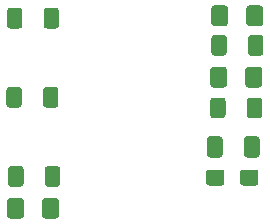
<source format=gtp>
%TF.GenerationSoftware,KiCad,Pcbnew,5.1.9+dfsg1-1+deb11u1*%
%TF.CreationDate,2022-11-30T10:07:17+01:00*%
%TF.ProjectId,A500MPU-Adapter,41353030-4d50-4552-9d41-646170746572,2.0*%
%TF.SameCoordinates,Original*%
%TF.FileFunction,Paste,Top*%
%TF.FilePolarity,Positive*%
%FSLAX46Y46*%
G04 Gerber Fmt 4.6, Leading zero omitted, Abs format (unit mm)*
G04 Created by KiCad (PCBNEW 5.1.9+dfsg1-1+deb11u1) date 2022-11-30 10:07:17*
%MOMM*%
%LPD*%
G01*
G04 APERTURE LIST*
G04 APERTURE END LIST*
%TO.C,C1*%
G36*
G01*
X167087000Y-116374999D02*
X167087000Y-117225001D01*
G75*
G02*
X166837001Y-117475000I-249999J0D01*
G01*
X165761999Y-117475000D01*
G75*
G02*
X165512000Y-117225001I0J249999D01*
G01*
X165512000Y-116374999D01*
G75*
G02*
X165761999Y-116125000I249999J0D01*
G01*
X166837001Y-116125000D01*
G75*
G02*
X167087000Y-116374999I0J-249999D01*
G01*
G37*
G36*
G01*
X164212000Y-116374999D02*
X164212000Y-117225001D01*
G75*
G02*
X163962001Y-117475000I-249999J0D01*
G01*
X162886999Y-117475000D01*
G75*
G02*
X162637000Y-117225001I0J249999D01*
G01*
X162637000Y-116374999D01*
G75*
G02*
X162886999Y-116125000I249999J0D01*
G01*
X163962001Y-116125000D01*
G75*
G02*
X164212000Y-116374999I0J-249999D01*
G01*
G37*
%TD*%
%TO.C,C2*%
G36*
G01*
X167187000Y-113549999D02*
X167187000Y-114850001D01*
G75*
G02*
X166937001Y-115100000I-249999J0D01*
G01*
X166111999Y-115100000D01*
G75*
G02*
X165862000Y-114850001I0J249999D01*
G01*
X165862000Y-113549999D01*
G75*
G02*
X166111999Y-113300000I249999J0D01*
G01*
X166937001Y-113300000D01*
G75*
G02*
X167187000Y-113549999I0J-249999D01*
G01*
G37*
G36*
G01*
X164062000Y-113549999D02*
X164062000Y-114850001D01*
G75*
G02*
X163812001Y-115100000I-249999J0D01*
G01*
X162986999Y-115100000D01*
G75*
G02*
X162737000Y-114850001I0J249999D01*
G01*
X162737000Y-113549999D01*
G75*
G02*
X162986999Y-113300000I249999J0D01*
G01*
X163812001Y-113300000D01*
G75*
G02*
X164062000Y-113549999I0J-249999D01*
G01*
G37*
%TD*%
%TO.C,D1*%
G36*
G01*
X163088000Y-103725000D02*
X163088000Y-102475000D01*
G75*
G02*
X163338000Y-102225000I250000J0D01*
G01*
X164263000Y-102225000D01*
G75*
G02*
X164513000Y-102475000I0J-250000D01*
G01*
X164513000Y-103725000D01*
G75*
G02*
X164263000Y-103975000I-250000J0D01*
G01*
X163338000Y-103975000D01*
G75*
G02*
X163088000Y-103725000I0J250000D01*
G01*
G37*
G36*
G01*
X166063000Y-103725000D02*
X166063000Y-102475000D01*
G75*
G02*
X166313000Y-102225000I250000J0D01*
G01*
X167238000Y-102225000D01*
G75*
G02*
X167488000Y-102475000I0J-250000D01*
G01*
X167488000Y-103725000D01*
G75*
G02*
X167238000Y-103975000I-250000J0D01*
G01*
X166313000Y-103975000D01*
G75*
G02*
X166063000Y-103725000I0J250000D01*
G01*
G37*
%TD*%
%TO.C,D2*%
G36*
G01*
X163000000Y-108925000D02*
X163000000Y-107675000D01*
G75*
G02*
X163250000Y-107425000I250000J0D01*
G01*
X164175000Y-107425000D01*
G75*
G02*
X164425000Y-107675000I0J-250000D01*
G01*
X164425000Y-108925000D01*
G75*
G02*
X164175000Y-109175000I-250000J0D01*
G01*
X163250000Y-109175000D01*
G75*
G02*
X163000000Y-108925000I0J250000D01*
G01*
G37*
G36*
G01*
X165975000Y-108925000D02*
X165975000Y-107675000D01*
G75*
G02*
X166225000Y-107425000I250000J0D01*
G01*
X167150000Y-107425000D01*
G75*
G02*
X167400000Y-107675000I0J-250000D01*
G01*
X167400000Y-108925000D01*
G75*
G02*
X167150000Y-109175000I-250000J0D01*
G01*
X166225000Y-109175000D01*
G75*
G02*
X165975000Y-108925000I0J250000D01*
G01*
G37*
%TD*%
%TO.C,D3*%
G36*
G01*
X148775000Y-120025000D02*
X148775000Y-118775000D01*
G75*
G02*
X149025000Y-118525000I250000J0D01*
G01*
X149950000Y-118525000D01*
G75*
G02*
X150200000Y-118775000I0J-250000D01*
G01*
X150200000Y-120025000D01*
G75*
G02*
X149950000Y-120275000I-250000J0D01*
G01*
X149025000Y-120275000D01*
G75*
G02*
X148775000Y-120025000I0J250000D01*
G01*
G37*
G36*
G01*
X145800000Y-120025000D02*
X145800000Y-118775000D01*
G75*
G02*
X146050000Y-118525000I250000J0D01*
G01*
X146975000Y-118525000D01*
G75*
G02*
X147225000Y-118775000I0J-250000D01*
G01*
X147225000Y-120025000D01*
G75*
G02*
X146975000Y-120275000I-250000J0D01*
G01*
X146050000Y-120275000D01*
G75*
G02*
X145800000Y-120025000I0J250000D01*
G01*
G37*
%TD*%
%TO.C,R1*%
G36*
G01*
X163100000Y-106225000D02*
X163100000Y-104975000D01*
G75*
G02*
X163350000Y-104725000I250000J0D01*
G01*
X164150000Y-104725000D01*
G75*
G02*
X164400000Y-104975000I0J-250000D01*
G01*
X164400000Y-106225000D01*
G75*
G02*
X164150000Y-106475000I-250000J0D01*
G01*
X163350000Y-106475000D01*
G75*
G02*
X163100000Y-106225000I0J250000D01*
G01*
G37*
G36*
G01*
X166200000Y-106225000D02*
X166200000Y-104975000D01*
G75*
G02*
X166450000Y-104725000I250000J0D01*
G01*
X167250000Y-104725000D01*
G75*
G02*
X167500000Y-104975000I0J-250000D01*
G01*
X167500000Y-106225000D01*
G75*
G02*
X167250000Y-106475000I-250000J0D01*
G01*
X166450000Y-106475000D01*
G75*
G02*
X166200000Y-106225000I0J250000D01*
G01*
G37*
%TD*%
%TO.C,R2*%
G36*
G01*
X163000000Y-111525000D02*
X163000000Y-110275000D01*
G75*
G02*
X163250000Y-110025000I250000J0D01*
G01*
X164050000Y-110025000D01*
G75*
G02*
X164300000Y-110275000I0J-250000D01*
G01*
X164300000Y-111525000D01*
G75*
G02*
X164050000Y-111775000I-250000J0D01*
G01*
X163250000Y-111775000D01*
G75*
G02*
X163000000Y-111525000I0J250000D01*
G01*
G37*
G36*
G01*
X166100000Y-111525000D02*
X166100000Y-110275000D01*
G75*
G02*
X166350000Y-110025000I250000J0D01*
G01*
X167150000Y-110025000D01*
G75*
G02*
X167400000Y-110275000I0J-250000D01*
G01*
X167400000Y-111525000D01*
G75*
G02*
X167150000Y-111775000I-250000J0D01*
G01*
X166350000Y-111775000D01*
G75*
G02*
X166100000Y-111525000I0J250000D01*
G01*
G37*
%TD*%
%TO.C,R3*%
G36*
G01*
X149000000Y-117325000D02*
X149000000Y-116075000D01*
G75*
G02*
X149250000Y-115825000I250000J0D01*
G01*
X150050000Y-115825000D01*
G75*
G02*
X150300000Y-116075000I0J-250000D01*
G01*
X150300000Y-117325000D01*
G75*
G02*
X150050000Y-117575000I-250000J0D01*
G01*
X149250000Y-117575000D01*
G75*
G02*
X149000000Y-117325000I0J250000D01*
G01*
G37*
G36*
G01*
X145900000Y-117325000D02*
X145900000Y-116075000D01*
G75*
G02*
X146150000Y-115825000I250000J0D01*
G01*
X146950000Y-115825000D01*
G75*
G02*
X147200000Y-116075000I0J-250000D01*
G01*
X147200000Y-117325000D01*
G75*
G02*
X146950000Y-117575000I-250000J0D01*
G01*
X146150000Y-117575000D01*
G75*
G02*
X145900000Y-117325000I0J250000D01*
G01*
G37*
%TD*%
%TO.C,R4*%
G36*
G01*
X148900000Y-103925000D02*
X148900000Y-102675000D01*
G75*
G02*
X149150000Y-102425000I250000J0D01*
G01*
X149950000Y-102425000D01*
G75*
G02*
X150200000Y-102675000I0J-250000D01*
G01*
X150200000Y-103925000D01*
G75*
G02*
X149950000Y-104175000I-250000J0D01*
G01*
X149150000Y-104175000D01*
G75*
G02*
X148900000Y-103925000I0J250000D01*
G01*
G37*
G36*
G01*
X145800000Y-103925000D02*
X145800000Y-102675000D01*
G75*
G02*
X146050000Y-102425000I250000J0D01*
G01*
X146850000Y-102425000D01*
G75*
G02*
X147100000Y-102675000I0J-250000D01*
G01*
X147100000Y-103925000D01*
G75*
G02*
X146850000Y-104175000I-250000J0D01*
G01*
X146050000Y-104175000D01*
G75*
G02*
X145800000Y-103925000I0J250000D01*
G01*
G37*
%TD*%
%TO.C,R5*%
G36*
G01*
X145750000Y-110625000D02*
X145750000Y-109375000D01*
G75*
G02*
X146000000Y-109125000I250000J0D01*
G01*
X146800000Y-109125000D01*
G75*
G02*
X147050000Y-109375000I0J-250000D01*
G01*
X147050000Y-110625000D01*
G75*
G02*
X146800000Y-110875000I-250000J0D01*
G01*
X146000000Y-110875000D01*
G75*
G02*
X145750000Y-110625000I0J250000D01*
G01*
G37*
G36*
G01*
X148850000Y-110625000D02*
X148850000Y-109375000D01*
G75*
G02*
X149100000Y-109125000I250000J0D01*
G01*
X149900000Y-109125000D01*
G75*
G02*
X150150000Y-109375000I0J-250000D01*
G01*
X150150000Y-110625000D01*
G75*
G02*
X149900000Y-110875000I-250000J0D01*
G01*
X149100000Y-110875000D01*
G75*
G02*
X148850000Y-110625000I0J250000D01*
G01*
G37*
%TD*%
M02*

</source>
